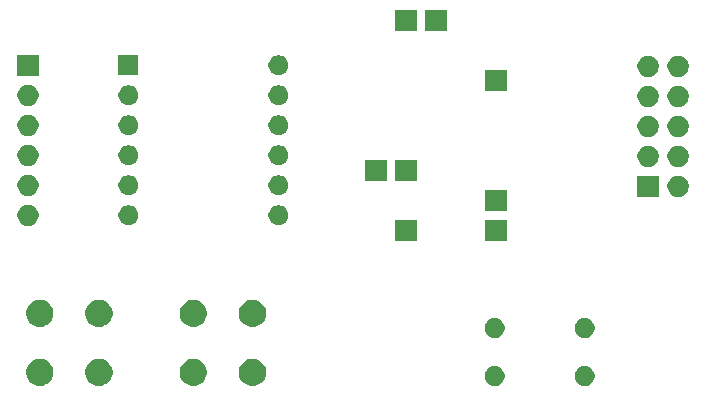
<source format=gbr>
G04 #@! TF.GenerationSoftware,KiCad,Pcbnew,(5.1.5)-3*
G04 #@! TF.CreationDate,2020-02-17T19:36:34-06:00*
G04 #@! TF.ProjectId,ledgrid_programmer,6c656467-7269-4645-9f70-726f6772616d,rev?*
G04 #@! TF.SameCoordinates,Original*
G04 #@! TF.FileFunction,Soldermask,Bot*
G04 #@! TF.FilePolarity,Negative*
%FSLAX46Y46*%
G04 Gerber Fmt 4.6, Leading zero omitted, Abs format (unit mm)*
G04 Created by KiCad (PCBNEW (5.1.5)-3) date 2020-02-17 19:36:34*
%MOMM*%
%LPD*%
G04 APERTURE LIST*
%ADD10C,0.100000*%
G04 APERTURE END LIST*
D10*
G36*
X127118228Y-105481703D02*
G01*
X127273100Y-105545853D01*
X127412481Y-105638985D01*
X127531015Y-105757519D01*
X127624147Y-105896900D01*
X127688297Y-106051772D01*
X127721000Y-106216184D01*
X127721000Y-106383816D01*
X127688297Y-106548228D01*
X127624147Y-106703100D01*
X127531015Y-106842481D01*
X127412481Y-106961015D01*
X127273100Y-107054147D01*
X127118228Y-107118297D01*
X126953816Y-107151000D01*
X126786184Y-107151000D01*
X126621772Y-107118297D01*
X126466900Y-107054147D01*
X126327519Y-106961015D01*
X126208985Y-106842481D01*
X126115853Y-106703100D01*
X126051703Y-106548228D01*
X126019000Y-106383816D01*
X126019000Y-106216184D01*
X126051703Y-106051772D01*
X126115853Y-105896900D01*
X126208985Y-105757519D01*
X126327519Y-105638985D01*
X126466900Y-105545853D01*
X126621772Y-105481703D01*
X126786184Y-105449000D01*
X126953816Y-105449000D01*
X127118228Y-105481703D01*
G37*
G36*
X119498228Y-105481703D02*
G01*
X119653100Y-105545853D01*
X119792481Y-105638985D01*
X119911015Y-105757519D01*
X120004147Y-105896900D01*
X120068297Y-106051772D01*
X120101000Y-106216184D01*
X120101000Y-106383816D01*
X120068297Y-106548228D01*
X120004147Y-106703100D01*
X119911015Y-106842481D01*
X119792481Y-106961015D01*
X119653100Y-107054147D01*
X119498228Y-107118297D01*
X119333816Y-107151000D01*
X119166184Y-107151000D01*
X119001772Y-107118297D01*
X118846900Y-107054147D01*
X118707519Y-106961015D01*
X118588985Y-106842481D01*
X118495853Y-106703100D01*
X118431703Y-106548228D01*
X118399000Y-106383816D01*
X118399000Y-106216184D01*
X118431703Y-106051772D01*
X118495853Y-105896900D01*
X118588985Y-105757519D01*
X118707519Y-105638985D01*
X118846900Y-105545853D01*
X119001772Y-105481703D01*
X119166184Y-105449000D01*
X119333816Y-105449000D01*
X119498228Y-105481703D01*
G37*
G36*
X98974549Y-104871116D02*
G01*
X99085734Y-104893232D01*
X99295203Y-104979997D01*
X99483720Y-105105960D01*
X99644040Y-105266280D01*
X99770003Y-105454797D01*
X99856768Y-105664266D01*
X99901000Y-105886636D01*
X99901000Y-106113364D01*
X99856768Y-106335734D01*
X99770003Y-106545203D01*
X99644040Y-106733720D01*
X99483720Y-106894040D01*
X99295203Y-107020003D01*
X99085734Y-107106768D01*
X98974549Y-107128884D01*
X98863365Y-107151000D01*
X98636635Y-107151000D01*
X98525451Y-107128884D01*
X98414266Y-107106768D01*
X98204797Y-107020003D01*
X98016280Y-106894040D01*
X97855960Y-106733720D01*
X97729997Y-106545203D01*
X97643232Y-106335734D01*
X97599000Y-106113364D01*
X97599000Y-105886636D01*
X97643232Y-105664266D01*
X97729997Y-105454797D01*
X97855960Y-105266280D01*
X98016280Y-105105960D01*
X98204797Y-104979997D01*
X98414266Y-104893232D01*
X98525451Y-104871116D01*
X98636635Y-104849000D01*
X98863365Y-104849000D01*
X98974549Y-104871116D01*
G37*
G36*
X93974549Y-104871116D02*
G01*
X94085734Y-104893232D01*
X94295203Y-104979997D01*
X94483720Y-105105960D01*
X94644040Y-105266280D01*
X94770003Y-105454797D01*
X94856768Y-105664266D01*
X94901000Y-105886636D01*
X94901000Y-106113364D01*
X94856768Y-106335734D01*
X94770003Y-106545203D01*
X94644040Y-106733720D01*
X94483720Y-106894040D01*
X94295203Y-107020003D01*
X94085734Y-107106768D01*
X93974549Y-107128884D01*
X93863365Y-107151000D01*
X93636635Y-107151000D01*
X93525451Y-107128884D01*
X93414266Y-107106768D01*
X93204797Y-107020003D01*
X93016280Y-106894040D01*
X92855960Y-106733720D01*
X92729997Y-106545203D01*
X92643232Y-106335734D01*
X92599000Y-106113364D01*
X92599000Y-105886636D01*
X92643232Y-105664266D01*
X92729997Y-105454797D01*
X92855960Y-105266280D01*
X93016280Y-105105960D01*
X93204797Y-104979997D01*
X93414266Y-104893232D01*
X93525451Y-104871116D01*
X93636635Y-104849000D01*
X93863365Y-104849000D01*
X93974549Y-104871116D01*
G37*
G36*
X80974549Y-104871116D02*
G01*
X81085734Y-104893232D01*
X81295203Y-104979997D01*
X81483720Y-105105960D01*
X81644040Y-105266280D01*
X81770003Y-105454797D01*
X81856768Y-105664266D01*
X81901000Y-105886636D01*
X81901000Y-106113364D01*
X81856768Y-106335734D01*
X81770003Y-106545203D01*
X81644040Y-106733720D01*
X81483720Y-106894040D01*
X81295203Y-107020003D01*
X81085734Y-107106768D01*
X80974549Y-107128884D01*
X80863365Y-107151000D01*
X80636635Y-107151000D01*
X80525451Y-107128884D01*
X80414266Y-107106768D01*
X80204797Y-107020003D01*
X80016280Y-106894040D01*
X79855960Y-106733720D01*
X79729997Y-106545203D01*
X79643232Y-106335734D01*
X79599000Y-106113364D01*
X79599000Y-105886636D01*
X79643232Y-105664266D01*
X79729997Y-105454797D01*
X79855960Y-105266280D01*
X80016280Y-105105960D01*
X80204797Y-104979997D01*
X80414266Y-104893232D01*
X80525451Y-104871116D01*
X80636635Y-104849000D01*
X80863365Y-104849000D01*
X80974549Y-104871116D01*
G37*
G36*
X85974549Y-104871116D02*
G01*
X86085734Y-104893232D01*
X86295203Y-104979997D01*
X86483720Y-105105960D01*
X86644040Y-105266280D01*
X86770003Y-105454797D01*
X86856768Y-105664266D01*
X86901000Y-105886636D01*
X86901000Y-106113364D01*
X86856768Y-106335734D01*
X86770003Y-106545203D01*
X86644040Y-106733720D01*
X86483720Y-106894040D01*
X86295203Y-107020003D01*
X86085734Y-107106768D01*
X85974549Y-107128884D01*
X85863365Y-107151000D01*
X85636635Y-107151000D01*
X85525451Y-107128884D01*
X85414266Y-107106768D01*
X85204797Y-107020003D01*
X85016280Y-106894040D01*
X84855960Y-106733720D01*
X84729997Y-106545203D01*
X84643232Y-106335734D01*
X84599000Y-106113364D01*
X84599000Y-105886636D01*
X84643232Y-105664266D01*
X84729997Y-105454797D01*
X84855960Y-105266280D01*
X85016280Y-105105960D01*
X85204797Y-104979997D01*
X85414266Y-104893232D01*
X85525451Y-104871116D01*
X85636635Y-104849000D01*
X85863365Y-104849000D01*
X85974549Y-104871116D01*
G37*
G36*
X119498228Y-101431703D02*
G01*
X119653100Y-101495853D01*
X119792481Y-101588985D01*
X119911015Y-101707519D01*
X120004147Y-101846900D01*
X120068297Y-102001772D01*
X120101000Y-102166184D01*
X120101000Y-102333816D01*
X120068297Y-102498228D01*
X120004147Y-102653100D01*
X119911015Y-102792481D01*
X119792481Y-102911015D01*
X119653100Y-103004147D01*
X119498228Y-103068297D01*
X119333816Y-103101000D01*
X119166184Y-103101000D01*
X119001772Y-103068297D01*
X118846900Y-103004147D01*
X118707519Y-102911015D01*
X118588985Y-102792481D01*
X118495853Y-102653100D01*
X118431703Y-102498228D01*
X118399000Y-102333816D01*
X118399000Y-102166184D01*
X118431703Y-102001772D01*
X118495853Y-101846900D01*
X118588985Y-101707519D01*
X118707519Y-101588985D01*
X118846900Y-101495853D01*
X119001772Y-101431703D01*
X119166184Y-101399000D01*
X119333816Y-101399000D01*
X119498228Y-101431703D01*
G37*
G36*
X127118228Y-101431703D02*
G01*
X127273100Y-101495853D01*
X127412481Y-101588985D01*
X127531015Y-101707519D01*
X127624147Y-101846900D01*
X127688297Y-102001772D01*
X127721000Y-102166184D01*
X127721000Y-102333816D01*
X127688297Y-102498228D01*
X127624147Y-102653100D01*
X127531015Y-102792481D01*
X127412481Y-102911015D01*
X127273100Y-103004147D01*
X127118228Y-103068297D01*
X126953816Y-103101000D01*
X126786184Y-103101000D01*
X126621772Y-103068297D01*
X126466900Y-103004147D01*
X126327519Y-102911015D01*
X126208985Y-102792481D01*
X126115853Y-102653100D01*
X126051703Y-102498228D01*
X126019000Y-102333816D01*
X126019000Y-102166184D01*
X126051703Y-102001772D01*
X126115853Y-101846900D01*
X126208985Y-101707519D01*
X126327519Y-101588985D01*
X126466900Y-101495853D01*
X126621772Y-101431703D01*
X126786184Y-101399000D01*
X126953816Y-101399000D01*
X127118228Y-101431703D01*
G37*
G36*
X98974549Y-99871116D02*
G01*
X99085734Y-99893232D01*
X99295203Y-99979997D01*
X99483720Y-100105960D01*
X99644040Y-100266280D01*
X99770003Y-100454797D01*
X99856768Y-100664266D01*
X99901000Y-100886636D01*
X99901000Y-101113364D01*
X99856768Y-101335734D01*
X99770003Y-101545203D01*
X99644040Y-101733720D01*
X99483720Y-101894040D01*
X99295203Y-102020003D01*
X99085734Y-102106768D01*
X98974549Y-102128884D01*
X98863365Y-102151000D01*
X98636635Y-102151000D01*
X98525451Y-102128884D01*
X98414266Y-102106768D01*
X98204797Y-102020003D01*
X98016280Y-101894040D01*
X97855960Y-101733720D01*
X97729997Y-101545203D01*
X97643232Y-101335734D01*
X97599000Y-101113364D01*
X97599000Y-100886636D01*
X97643232Y-100664266D01*
X97729997Y-100454797D01*
X97855960Y-100266280D01*
X98016280Y-100105960D01*
X98204797Y-99979997D01*
X98414266Y-99893232D01*
X98525451Y-99871116D01*
X98636635Y-99849000D01*
X98863365Y-99849000D01*
X98974549Y-99871116D01*
G37*
G36*
X80974549Y-99871116D02*
G01*
X81085734Y-99893232D01*
X81295203Y-99979997D01*
X81483720Y-100105960D01*
X81644040Y-100266280D01*
X81770003Y-100454797D01*
X81856768Y-100664266D01*
X81901000Y-100886636D01*
X81901000Y-101113364D01*
X81856768Y-101335734D01*
X81770003Y-101545203D01*
X81644040Y-101733720D01*
X81483720Y-101894040D01*
X81295203Y-102020003D01*
X81085734Y-102106768D01*
X80974549Y-102128884D01*
X80863365Y-102151000D01*
X80636635Y-102151000D01*
X80525451Y-102128884D01*
X80414266Y-102106768D01*
X80204797Y-102020003D01*
X80016280Y-101894040D01*
X79855960Y-101733720D01*
X79729997Y-101545203D01*
X79643232Y-101335734D01*
X79599000Y-101113364D01*
X79599000Y-100886636D01*
X79643232Y-100664266D01*
X79729997Y-100454797D01*
X79855960Y-100266280D01*
X80016280Y-100105960D01*
X80204797Y-99979997D01*
X80414266Y-99893232D01*
X80525451Y-99871116D01*
X80636635Y-99849000D01*
X80863365Y-99849000D01*
X80974549Y-99871116D01*
G37*
G36*
X85974549Y-99871116D02*
G01*
X86085734Y-99893232D01*
X86295203Y-99979997D01*
X86483720Y-100105960D01*
X86644040Y-100266280D01*
X86770003Y-100454797D01*
X86856768Y-100664266D01*
X86901000Y-100886636D01*
X86901000Y-101113364D01*
X86856768Y-101335734D01*
X86770003Y-101545203D01*
X86644040Y-101733720D01*
X86483720Y-101894040D01*
X86295203Y-102020003D01*
X86085734Y-102106768D01*
X85974549Y-102128884D01*
X85863365Y-102151000D01*
X85636635Y-102151000D01*
X85525451Y-102128884D01*
X85414266Y-102106768D01*
X85204797Y-102020003D01*
X85016280Y-101894040D01*
X84855960Y-101733720D01*
X84729997Y-101545203D01*
X84643232Y-101335734D01*
X84599000Y-101113364D01*
X84599000Y-100886636D01*
X84643232Y-100664266D01*
X84729997Y-100454797D01*
X84855960Y-100266280D01*
X85016280Y-100105960D01*
X85204797Y-99979997D01*
X85414266Y-99893232D01*
X85525451Y-99871116D01*
X85636635Y-99849000D01*
X85863365Y-99849000D01*
X85974549Y-99871116D01*
G37*
G36*
X93974549Y-99871116D02*
G01*
X94085734Y-99893232D01*
X94295203Y-99979997D01*
X94483720Y-100105960D01*
X94644040Y-100266280D01*
X94770003Y-100454797D01*
X94856768Y-100664266D01*
X94901000Y-100886636D01*
X94901000Y-101113364D01*
X94856768Y-101335734D01*
X94770003Y-101545203D01*
X94644040Y-101733720D01*
X94483720Y-101894040D01*
X94295203Y-102020003D01*
X94085734Y-102106768D01*
X93974549Y-102128884D01*
X93863365Y-102151000D01*
X93636635Y-102151000D01*
X93525451Y-102128884D01*
X93414266Y-102106768D01*
X93204797Y-102020003D01*
X93016280Y-101894040D01*
X92855960Y-101733720D01*
X92729997Y-101545203D01*
X92643232Y-101335734D01*
X92599000Y-101113364D01*
X92599000Y-100886636D01*
X92643232Y-100664266D01*
X92729997Y-100454797D01*
X92855960Y-100266280D01*
X93016280Y-100105960D01*
X93204797Y-99979997D01*
X93414266Y-99893232D01*
X93525451Y-99871116D01*
X93636635Y-99849000D01*
X93863365Y-99849000D01*
X93974549Y-99871116D01*
G37*
G36*
X112661000Y-94881000D02*
G01*
X110859000Y-94881000D01*
X110859000Y-93079000D01*
X112661000Y-93079000D01*
X112661000Y-94881000D01*
G37*
G36*
X120281000Y-94881000D02*
G01*
X118479000Y-94881000D01*
X118479000Y-93079000D01*
X120281000Y-93079000D01*
X120281000Y-94881000D01*
G37*
G36*
X79863512Y-91803927D02*
G01*
X80012812Y-91833624D01*
X80176784Y-91901544D01*
X80324354Y-92000147D01*
X80449853Y-92125646D01*
X80548456Y-92273216D01*
X80616376Y-92437188D01*
X80651000Y-92611259D01*
X80651000Y-92788741D01*
X80616376Y-92962812D01*
X80548456Y-93126784D01*
X80449853Y-93274354D01*
X80324354Y-93399853D01*
X80176784Y-93498456D01*
X80012812Y-93566376D01*
X79863512Y-93596073D01*
X79838742Y-93601000D01*
X79661258Y-93601000D01*
X79636488Y-93596073D01*
X79487188Y-93566376D01*
X79323216Y-93498456D01*
X79175646Y-93399853D01*
X79050147Y-93274354D01*
X78951544Y-93126784D01*
X78883624Y-92962812D01*
X78849000Y-92788741D01*
X78849000Y-92611259D01*
X78883624Y-92437188D01*
X78951544Y-92273216D01*
X79050147Y-92125646D01*
X79175646Y-92000147D01*
X79323216Y-91901544D01*
X79487188Y-91833624D01*
X79636488Y-91803927D01*
X79661258Y-91799000D01*
X79838742Y-91799000D01*
X79863512Y-91803927D01*
G37*
G36*
X101198228Y-91881703D02*
G01*
X101353100Y-91945853D01*
X101492481Y-92038985D01*
X101611015Y-92157519D01*
X101704147Y-92296900D01*
X101768297Y-92451772D01*
X101801000Y-92616184D01*
X101801000Y-92783816D01*
X101768297Y-92948228D01*
X101704147Y-93103100D01*
X101611015Y-93242481D01*
X101492481Y-93361015D01*
X101353100Y-93454147D01*
X101198228Y-93518297D01*
X101033816Y-93551000D01*
X100866184Y-93551000D01*
X100701772Y-93518297D01*
X100546900Y-93454147D01*
X100407519Y-93361015D01*
X100288985Y-93242481D01*
X100195853Y-93103100D01*
X100131703Y-92948228D01*
X100099000Y-92783816D01*
X100099000Y-92616184D01*
X100131703Y-92451772D01*
X100195853Y-92296900D01*
X100288985Y-92157519D01*
X100407519Y-92038985D01*
X100546900Y-91945853D01*
X100701772Y-91881703D01*
X100866184Y-91849000D01*
X101033816Y-91849000D01*
X101198228Y-91881703D01*
G37*
G36*
X88498228Y-91881703D02*
G01*
X88653100Y-91945853D01*
X88792481Y-92038985D01*
X88911015Y-92157519D01*
X89004147Y-92296900D01*
X89068297Y-92451772D01*
X89101000Y-92616184D01*
X89101000Y-92783816D01*
X89068297Y-92948228D01*
X89004147Y-93103100D01*
X88911015Y-93242481D01*
X88792481Y-93361015D01*
X88653100Y-93454147D01*
X88498228Y-93518297D01*
X88333816Y-93551000D01*
X88166184Y-93551000D01*
X88001772Y-93518297D01*
X87846900Y-93454147D01*
X87707519Y-93361015D01*
X87588985Y-93242481D01*
X87495853Y-93103100D01*
X87431703Y-92948228D01*
X87399000Y-92783816D01*
X87399000Y-92616184D01*
X87431703Y-92451772D01*
X87495853Y-92296900D01*
X87588985Y-92157519D01*
X87707519Y-92038985D01*
X87846900Y-91945853D01*
X88001772Y-91881703D01*
X88166184Y-91849000D01*
X88333816Y-91849000D01*
X88498228Y-91881703D01*
G37*
G36*
X120281000Y-92341000D02*
G01*
X118479000Y-92341000D01*
X118479000Y-90539000D01*
X120281000Y-90539000D01*
X120281000Y-92341000D01*
G37*
G36*
X133151000Y-91151000D02*
G01*
X131349000Y-91151000D01*
X131349000Y-89349000D01*
X133151000Y-89349000D01*
X133151000Y-91151000D01*
G37*
G36*
X134903512Y-89353927D02*
G01*
X135052812Y-89383624D01*
X135216784Y-89451544D01*
X135364354Y-89550147D01*
X135489853Y-89675646D01*
X135588456Y-89823216D01*
X135656376Y-89987188D01*
X135691000Y-90161259D01*
X135691000Y-90338741D01*
X135656376Y-90512812D01*
X135588456Y-90676784D01*
X135489853Y-90824354D01*
X135364354Y-90949853D01*
X135216784Y-91048456D01*
X135052812Y-91116376D01*
X134903512Y-91146073D01*
X134878742Y-91151000D01*
X134701258Y-91151000D01*
X134676488Y-91146073D01*
X134527188Y-91116376D01*
X134363216Y-91048456D01*
X134215646Y-90949853D01*
X134090147Y-90824354D01*
X133991544Y-90676784D01*
X133923624Y-90512812D01*
X133889000Y-90338741D01*
X133889000Y-90161259D01*
X133923624Y-89987188D01*
X133991544Y-89823216D01*
X134090147Y-89675646D01*
X134215646Y-89550147D01*
X134363216Y-89451544D01*
X134527188Y-89383624D01*
X134676488Y-89353927D01*
X134701258Y-89349000D01*
X134878742Y-89349000D01*
X134903512Y-89353927D01*
G37*
G36*
X79863512Y-89263927D02*
G01*
X80012812Y-89293624D01*
X80176784Y-89361544D01*
X80324354Y-89460147D01*
X80449853Y-89585646D01*
X80548456Y-89733216D01*
X80616376Y-89897188D01*
X80651000Y-90071259D01*
X80651000Y-90248741D01*
X80616376Y-90422812D01*
X80548456Y-90586784D01*
X80449853Y-90734354D01*
X80324354Y-90859853D01*
X80176784Y-90958456D01*
X80012812Y-91026376D01*
X79863512Y-91056073D01*
X79838742Y-91061000D01*
X79661258Y-91061000D01*
X79636488Y-91056073D01*
X79487188Y-91026376D01*
X79323216Y-90958456D01*
X79175646Y-90859853D01*
X79050147Y-90734354D01*
X78951544Y-90586784D01*
X78883624Y-90422812D01*
X78849000Y-90248741D01*
X78849000Y-90071259D01*
X78883624Y-89897188D01*
X78951544Y-89733216D01*
X79050147Y-89585646D01*
X79175646Y-89460147D01*
X79323216Y-89361544D01*
X79487188Y-89293624D01*
X79636488Y-89263927D01*
X79661258Y-89259000D01*
X79838742Y-89259000D01*
X79863512Y-89263927D01*
G37*
G36*
X88498228Y-89341703D02*
G01*
X88653100Y-89405853D01*
X88792481Y-89498985D01*
X88911015Y-89617519D01*
X89004147Y-89756900D01*
X89068297Y-89911772D01*
X89101000Y-90076184D01*
X89101000Y-90243816D01*
X89068297Y-90408228D01*
X89004147Y-90563100D01*
X88911015Y-90702481D01*
X88792481Y-90821015D01*
X88653100Y-90914147D01*
X88498228Y-90978297D01*
X88333816Y-91011000D01*
X88166184Y-91011000D01*
X88001772Y-90978297D01*
X87846900Y-90914147D01*
X87707519Y-90821015D01*
X87588985Y-90702481D01*
X87495853Y-90563100D01*
X87431703Y-90408228D01*
X87399000Y-90243816D01*
X87399000Y-90076184D01*
X87431703Y-89911772D01*
X87495853Y-89756900D01*
X87588985Y-89617519D01*
X87707519Y-89498985D01*
X87846900Y-89405853D01*
X88001772Y-89341703D01*
X88166184Y-89309000D01*
X88333816Y-89309000D01*
X88498228Y-89341703D01*
G37*
G36*
X101198228Y-89341703D02*
G01*
X101353100Y-89405853D01*
X101492481Y-89498985D01*
X101611015Y-89617519D01*
X101704147Y-89756900D01*
X101768297Y-89911772D01*
X101801000Y-90076184D01*
X101801000Y-90243816D01*
X101768297Y-90408228D01*
X101704147Y-90563100D01*
X101611015Y-90702481D01*
X101492481Y-90821015D01*
X101353100Y-90914147D01*
X101198228Y-90978297D01*
X101033816Y-91011000D01*
X100866184Y-91011000D01*
X100701772Y-90978297D01*
X100546900Y-90914147D01*
X100407519Y-90821015D01*
X100288985Y-90702481D01*
X100195853Y-90563100D01*
X100131703Y-90408228D01*
X100099000Y-90243816D01*
X100099000Y-90076184D01*
X100131703Y-89911772D01*
X100195853Y-89756900D01*
X100288985Y-89617519D01*
X100407519Y-89498985D01*
X100546900Y-89405853D01*
X100701772Y-89341703D01*
X100866184Y-89309000D01*
X101033816Y-89309000D01*
X101198228Y-89341703D01*
G37*
G36*
X112661000Y-89801000D02*
G01*
X110859000Y-89801000D01*
X110859000Y-87999000D01*
X112661000Y-87999000D01*
X112661000Y-89801000D01*
G37*
G36*
X110121000Y-89801000D02*
G01*
X108319000Y-89801000D01*
X108319000Y-87999000D01*
X110121000Y-87999000D01*
X110121000Y-89801000D01*
G37*
G36*
X134903512Y-86813927D02*
G01*
X135052812Y-86843624D01*
X135216784Y-86911544D01*
X135364354Y-87010147D01*
X135489853Y-87135646D01*
X135588456Y-87283216D01*
X135656376Y-87447188D01*
X135691000Y-87621259D01*
X135691000Y-87798741D01*
X135656376Y-87972812D01*
X135588456Y-88136784D01*
X135489853Y-88284354D01*
X135364354Y-88409853D01*
X135216784Y-88508456D01*
X135052812Y-88576376D01*
X134903512Y-88606073D01*
X134878742Y-88611000D01*
X134701258Y-88611000D01*
X134676488Y-88606073D01*
X134527188Y-88576376D01*
X134363216Y-88508456D01*
X134215646Y-88409853D01*
X134090147Y-88284354D01*
X133991544Y-88136784D01*
X133923624Y-87972812D01*
X133889000Y-87798741D01*
X133889000Y-87621259D01*
X133923624Y-87447188D01*
X133991544Y-87283216D01*
X134090147Y-87135646D01*
X134215646Y-87010147D01*
X134363216Y-86911544D01*
X134527188Y-86843624D01*
X134676488Y-86813927D01*
X134701258Y-86809000D01*
X134878742Y-86809000D01*
X134903512Y-86813927D01*
G37*
G36*
X132363512Y-86813927D02*
G01*
X132512812Y-86843624D01*
X132676784Y-86911544D01*
X132824354Y-87010147D01*
X132949853Y-87135646D01*
X133048456Y-87283216D01*
X133116376Y-87447188D01*
X133151000Y-87621259D01*
X133151000Y-87798741D01*
X133116376Y-87972812D01*
X133048456Y-88136784D01*
X132949853Y-88284354D01*
X132824354Y-88409853D01*
X132676784Y-88508456D01*
X132512812Y-88576376D01*
X132363512Y-88606073D01*
X132338742Y-88611000D01*
X132161258Y-88611000D01*
X132136488Y-88606073D01*
X131987188Y-88576376D01*
X131823216Y-88508456D01*
X131675646Y-88409853D01*
X131550147Y-88284354D01*
X131451544Y-88136784D01*
X131383624Y-87972812D01*
X131349000Y-87798741D01*
X131349000Y-87621259D01*
X131383624Y-87447188D01*
X131451544Y-87283216D01*
X131550147Y-87135646D01*
X131675646Y-87010147D01*
X131823216Y-86911544D01*
X131987188Y-86843624D01*
X132136488Y-86813927D01*
X132161258Y-86809000D01*
X132338742Y-86809000D01*
X132363512Y-86813927D01*
G37*
G36*
X79863512Y-86723927D02*
G01*
X80012812Y-86753624D01*
X80176784Y-86821544D01*
X80324354Y-86920147D01*
X80449853Y-87045646D01*
X80548456Y-87193216D01*
X80616376Y-87357188D01*
X80651000Y-87531259D01*
X80651000Y-87708741D01*
X80616376Y-87882812D01*
X80548456Y-88046784D01*
X80449853Y-88194354D01*
X80324354Y-88319853D01*
X80176784Y-88418456D01*
X80012812Y-88486376D01*
X79863512Y-88516073D01*
X79838742Y-88521000D01*
X79661258Y-88521000D01*
X79636488Y-88516073D01*
X79487188Y-88486376D01*
X79323216Y-88418456D01*
X79175646Y-88319853D01*
X79050147Y-88194354D01*
X78951544Y-88046784D01*
X78883624Y-87882812D01*
X78849000Y-87708741D01*
X78849000Y-87531259D01*
X78883624Y-87357188D01*
X78951544Y-87193216D01*
X79050147Y-87045646D01*
X79175646Y-86920147D01*
X79323216Y-86821544D01*
X79487188Y-86753624D01*
X79636488Y-86723927D01*
X79661258Y-86719000D01*
X79838742Y-86719000D01*
X79863512Y-86723927D01*
G37*
G36*
X101198228Y-86801703D02*
G01*
X101353100Y-86865853D01*
X101492481Y-86958985D01*
X101611015Y-87077519D01*
X101704147Y-87216900D01*
X101768297Y-87371772D01*
X101801000Y-87536184D01*
X101801000Y-87703816D01*
X101768297Y-87868228D01*
X101704147Y-88023100D01*
X101611015Y-88162481D01*
X101492481Y-88281015D01*
X101353100Y-88374147D01*
X101198228Y-88438297D01*
X101033816Y-88471000D01*
X100866184Y-88471000D01*
X100701772Y-88438297D01*
X100546900Y-88374147D01*
X100407519Y-88281015D01*
X100288985Y-88162481D01*
X100195853Y-88023100D01*
X100131703Y-87868228D01*
X100099000Y-87703816D01*
X100099000Y-87536184D01*
X100131703Y-87371772D01*
X100195853Y-87216900D01*
X100288985Y-87077519D01*
X100407519Y-86958985D01*
X100546900Y-86865853D01*
X100701772Y-86801703D01*
X100866184Y-86769000D01*
X101033816Y-86769000D01*
X101198228Y-86801703D01*
G37*
G36*
X88498228Y-86801703D02*
G01*
X88653100Y-86865853D01*
X88792481Y-86958985D01*
X88911015Y-87077519D01*
X89004147Y-87216900D01*
X89068297Y-87371772D01*
X89101000Y-87536184D01*
X89101000Y-87703816D01*
X89068297Y-87868228D01*
X89004147Y-88023100D01*
X88911015Y-88162481D01*
X88792481Y-88281015D01*
X88653100Y-88374147D01*
X88498228Y-88438297D01*
X88333816Y-88471000D01*
X88166184Y-88471000D01*
X88001772Y-88438297D01*
X87846900Y-88374147D01*
X87707519Y-88281015D01*
X87588985Y-88162481D01*
X87495853Y-88023100D01*
X87431703Y-87868228D01*
X87399000Y-87703816D01*
X87399000Y-87536184D01*
X87431703Y-87371772D01*
X87495853Y-87216900D01*
X87588985Y-87077519D01*
X87707519Y-86958985D01*
X87846900Y-86865853D01*
X88001772Y-86801703D01*
X88166184Y-86769000D01*
X88333816Y-86769000D01*
X88498228Y-86801703D01*
G37*
G36*
X132363512Y-84273927D02*
G01*
X132512812Y-84303624D01*
X132676784Y-84371544D01*
X132824354Y-84470147D01*
X132949853Y-84595646D01*
X133048456Y-84743216D01*
X133116376Y-84907188D01*
X133151000Y-85081259D01*
X133151000Y-85258741D01*
X133116376Y-85432812D01*
X133048456Y-85596784D01*
X132949853Y-85744354D01*
X132824354Y-85869853D01*
X132676784Y-85968456D01*
X132512812Y-86036376D01*
X132363512Y-86066073D01*
X132338742Y-86071000D01*
X132161258Y-86071000D01*
X132136488Y-86066073D01*
X131987188Y-86036376D01*
X131823216Y-85968456D01*
X131675646Y-85869853D01*
X131550147Y-85744354D01*
X131451544Y-85596784D01*
X131383624Y-85432812D01*
X131349000Y-85258741D01*
X131349000Y-85081259D01*
X131383624Y-84907188D01*
X131451544Y-84743216D01*
X131550147Y-84595646D01*
X131675646Y-84470147D01*
X131823216Y-84371544D01*
X131987188Y-84303624D01*
X132136488Y-84273927D01*
X132161258Y-84269000D01*
X132338742Y-84269000D01*
X132363512Y-84273927D01*
G37*
G36*
X134903512Y-84273927D02*
G01*
X135052812Y-84303624D01*
X135216784Y-84371544D01*
X135364354Y-84470147D01*
X135489853Y-84595646D01*
X135588456Y-84743216D01*
X135656376Y-84907188D01*
X135691000Y-85081259D01*
X135691000Y-85258741D01*
X135656376Y-85432812D01*
X135588456Y-85596784D01*
X135489853Y-85744354D01*
X135364354Y-85869853D01*
X135216784Y-85968456D01*
X135052812Y-86036376D01*
X134903512Y-86066073D01*
X134878742Y-86071000D01*
X134701258Y-86071000D01*
X134676488Y-86066073D01*
X134527188Y-86036376D01*
X134363216Y-85968456D01*
X134215646Y-85869853D01*
X134090147Y-85744354D01*
X133991544Y-85596784D01*
X133923624Y-85432812D01*
X133889000Y-85258741D01*
X133889000Y-85081259D01*
X133923624Y-84907188D01*
X133991544Y-84743216D01*
X134090147Y-84595646D01*
X134215646Y-84470147D01*
X134363216Y-84371544D01*
X134527188Y-84303624D01*
X134676488Y-84273927D01*
X134701258Y-84269000D01*
X134878742Y-84269000D01*
X134903512Y-84273927D01*
G37*
G36*
X79863512Y-84183927D02*
G01*
X80012812Y-84213624D01*
X80176784Y-84281544D01*
X80324354Y-84380147D01*
X80449853Y-84505646D01*
X80548456Y-84653216D01*
X80616376Y-84817188D01*
X80651000Y-84991259D01*
X80651000Y-85168741D01*
X80616376Y-85342812D01*
X80548456Y-85506784D01*
X80449853Y-85654354D01*
X80324354Y-85779853D01*
X80176784Y-85878456D01*
X80012812Y-85946376D01*
X79863512Y-85976073D01*
X79838742Y-85981000D01*
X79661258Y-85981000D01*
X79636488Y-85976073D01*
X79487188Y-85946376D01*
X79323216Y-85878456D01*
X79175646Y-85779853D01*
X79050147Y-85654354D01*
X78951544Y-85506784D01*
X78883624Y-85342812D01*
X78849000Y-85168741D01*
X78849000Y-84991259D01*
X78883624Y-84817188D01*
X78951544Y-84653216D01*
X79050147Y-84505646D01*
X79175646Y-84380147D01*
X79323216Y-84281544D01*
X79487188Y-84213624D01*
X79636488Y-84183927D01*
X79661258Y-84179000D01*
X79838742Y-84179000D01*
X79863512Y-84183927D01*
G37*
G36*
X88498228Y-84261703D02*
G01*
X88653100Y-84325853D01*
X88792481Y-84418985D01*
X88911015Y-84537519D01*
X89004147Y-84676900D01*
X89068297Y-84831772D01*
X89101000Y-84996184D01*
X89101000Y-85163816D01*
X89068297Y-85328228D01*
X89004147Y-85483100D01*
X88911015Y-85622481D01*
X88792481Y-85741015D01*
X88653100Y-85834147D01*
X88498228Y-85898297D01*
X88333816Y-85931000D01*
X88166184Y-85931000D01*
X88001772Y-85898297D01*
X87846900Y-85834147D01*
X87707519Y-85741015D01*
X87588985Y-85622481D01*
X87495853Y-85483100D01*
X87431703Y-85328228D01*
X87399000Y-85163816D01*
X87399000Y-84996184D01*
X87431703Y-84831772D01*
X87495853Y-84676900D01*
X87588985Y-84537519D01*
X87707519Y-84418985D01*
X87846900Y-84325853D01*
X88001772Y-84261703D01*
X88166184Y-84229000D01*
X88333816Y-84229000D01*
X88498228Y-84261703D01*
G37*
G36*
X101198228Y-84261703D02*
G01*
X101353100Y-84325853D01*
X101492481Y-84418985D01*
X101611015Y-84537519D01*
X101704147Y-84676900D01*
X101768297Y-84831772D01*
X101801000Y-84996184D01*
X101801000Y-85163816D01*
X101768297Y-85328228D01*
X101704147Y-85483100D01*
X101611015Y-85622481D01*
X101492481Y-85741015D01*
X101353100Y-85834147D01*
X101198228Y-85898297D01*
X101033816Y-85931000D01*
X100866184Y-85931000D01*
X100701772Y-85898297D01*
X100546900Y-85834147D01*
X100407519Y-85741015D01*
X100288985Y-85622481D01*
X100195853Y-85483100D01*
X100131703Y-85328228D01*
X100099000Y-85163816D01*
X100099000Y-84996184D01*
X100131703Y-84831772D01*
X100195853Y-84676900D01*
X100288985Y-84537519D01*
X100407519Y-84418985D01*
X100546900Y-84325853D01*
X100701772Y-84261703D01*
X100866184Y-84229000D01*
X101033816Y-84229000D01*
X101198228Y-84261703D01*
G37*
G36*
X132363512Y-81733927D02*
G01*
X132512812Y-81763624D01*
X132676784Y-81831544D01*
X132824354Y-81930147D01*
X132949853Y-82055646D01*
X133048456Y-82203216D01*
X133116376Y-82367188D01*
X133151000Y-82541259D01*
X133151000Y-82718741D01*
X133116376Y-82892812D01*
X133048456Y-83056784D01*
X132949853Y-83204354D01*
X132824354Y-83329853D01*
X132676784Y-83428456D01*
X132512812Y-83496376D01*
X132363512Y-83526073D01*
X132338742Y-83531000D01*
X132161258Y-83531000D01*
X132136488Y-83526073D01*
X131987188Y-83496376D01*
X131823216Y-83428456D01*
X131675646Y-83329853D01*
X131550147Y-83204354D01*
X131451544Y-83056784D01*
X131383624Y-82892812D01*
X131349000Y-82718741D01*
X131349000Y-82541259D01*
X131383624Y-82367188D01*
X131451544Y-82203216D01*
X131550147Y-82055646D01*
X131675646Y-81930147D01*
X131823216Y-81831544D01*
X131987188Y-81763624D01*
X132136488Y-81733927D01*
X132161258Y-81729000D01*
X132338742Y-81729000D01*
X132363512Y-81733927D01*
G37*
G36*
X134903512Y-81733927D02*
G01*
X135052812Y-81763624D01*
X135216784Y-81831544D01*
X135364354Y-81930147D01*
X135489853Y-82055646D01*
X135588456Y-82203216D01*
X135656376Y-82367188D01*
X135691000Y-82541259D01*
X135691000Y-82718741D01*
X135656376Y-82892812D01*
X135588456Y-83056784D01*
X135489853Y-83204354D01*
X135364354Y-83329853D01*
X135216784Y-83428456D01*
X135052812Y-83496376D01*
X134903512Y-83526073D01*
X134878742Y-83531000D01*
X134701258Y-83531000D01*
X134676488Y-83526073D01*
X134527188Y-83496376D01*
X134363216Y-83428456D01*
X134215646Y-83329853D01*
X134090147Y-83204354D01*
X133991544Y-83056784D01*
X133923624Y-82892812D01*
X133889000Y-82718741D01*
X133889000Y-82541259D01*
X133923624Y-82367188D01*
X133991544Y-82203216D01*
X134090147Y-82055646D01*
X134215646Y-81930147D01*
X134363216Y-81831544D01*
X134527188Y-81763624D01*
X134676488Y-81733927D01*
X134701258Y-81729000D01*
X134878742Y-81729000D01*
X134903512Y-81733927D01*
G37*
G36*
X79863512Y-81643927D02*
G01*
X80012812Y-81673624D01*
X80176784Y-81741544D01*
X80324354Y-81840147D01*
X80449853Y-81965646D01*
X80548456Y-82113216D01*
X80616376Y-82277188D01*
X80651000Y-82451259D01*
X80651000Y-82628741D01*
X80616376Y-82802812D01*
X80548456Y-82966784D01*
X80449853Y-83114354D01*
X80324354Y-83239853D01*
X80176784Y-83338456D01*
X80012812Y-83406376D01*
X79863512Y-83436073D01*
X79838742Y-83441000D01*
X79661258Y-83441000D01*
X79636488Y-83436073D01*
X79487188Y-83406376D01*
X79323216Y-83338456D01*
X79175646Y-83239853D01*
X79050147Y-83114354D01*
X78951544Y-82966784D01*
X78883624Y-82802812D01*
X78849000Y-82628741D01*
X78849000Y-82451259D01*
X78883624Y-82277188D01*
X78951544Y-82113216D01*
X79050147Y-81965646D01*
X79175646Y-81840147D01*
X79323216Y-81741544D01*
X79487188Y-81673624D01*
X79636488Y-81643927D01*
X79661258Y-81639000D01*
X79838742Y-81639000D01*
X79863512Y-81643927D01*
G37*
G36*
X101198228Y-81721703D02*
G01*
X101353100Y-81785853D01*
X101492481Y-81878985D01*
X101611015Y-81997519D01*
X101704147Y-82136900D01*
X101768297Y-82291772D01*
X101801000Y-82456184D01*
X101801000Y-82623816D01*
X101768297Y-82788228D01*
X101704147Y-82943100D01*
X101611015Y-83082481D01*
X101492481Y-83201015D01*
X101353100Y-83294147D01*
X101198228Y-83358297D01*
X101033816Y-83391000D01*
X100866184Y-83391000D01*
X100701772Y-83358297D01*
X100546900Y-83294147D01*
X100407519Y-83201015D01*
X100288985Y-83082481D01*
X100195853Y-82943100D01*
X100131703Y-82788228D01*
X100099000Y-82623816D01*
X100099000Y-82456184D01*
X100131703Y-82291772D01*
X100195853Y-82136900D01*
X100288985Y-81997519D01*
X100407519Y-81878985D01*
X100546900Y-81785853D01*
X100701772Y-81721703D01*
X100866184Y-81689000D01*
X101033816Y-81689000D01*
X101198228Y-81721703D01*
G37*
G36*
X88498228Y-81721703D02*
G01*
X88653100Y-81785853D01*
X88792481Y-81878985D01*
X88911015Y-81997519D01*
X89004147Y-82136900D01*
X89068297Y-82291772D01*
X89101000Y-82456184D01*
X89101000Y-82623816D01*
X89068297Y-82788228D01*
X89004147Y-82943100D01*
X88911015Y-83082481D01*
X88792481Y-83201015D01*
X88653100Y-83294147D01*
X88498228Y-83358297D01*
X88333816Y-83391000D01*
X88166184Y-83391000D01*
X88001772Y-83358297D01*
X87846900Y-83294147D01*
X87707519Y-83201015D01*
X87588985Y-83082481D01*
X87495853Y-82943100D01*
X87431703Y-82788228D01*
X87399000Y-82623816D01*
X87399000Y-82456184D01*
X87431703Y-82291772D01*
X87495853Y-82136900D01*
X87588985Y-81997519D01*
X87707519Y-81878985D01*
X87846900Y-81785853D01*
X88001772Y-81721703D01*
X88166184Y-81689000D01*
X88333816Y-81689000D01*
X88498228Y-81721703D01*
G37*
G36*
X120281000Y-82181000D02*
G01*
X118479000Y-82181000D01*
X118479000Y-80379000D01*
X120281000Y-80379000D01*
X120281000Y-82181000D01*
G37*
G36*
X134903512Y-79193927D02*
G01*
X135052812Y-79223624D01*
X135216784Y-79291544D01*
X135364354Y-79390147D01*
X135489853Y-79515646D01*
X135588456Y-79663216D01*
X135656376Y-79827188D01*
X135691000Y-80001259D01*
X135691000Y-80178741D01*
X135656376Y-80352812D01*
X135588456Y-80516784D01*
X135489853Y-80664354D01*
X135364354Y-80789853D01*
X135216784Y-80888456D01*
X135052812Y-80956376D01*
X134903512Y-80986073D01*
X134878742Y-80991000D01*
X134701258Y-80991000D01*
X134676488Y-80986073D01*
X134527188Y-80956376D01*
X134363216Y-80888456D01*
X134215646Y-80789853D01*
X134090147Y-80664354D01*
X133991544Y-80516784D01*
X133923624Y-80352812D01*
X133889000Y-80178741D01*
X133889000Y-80001259D01*
X133923624Y-79827188D01*
X133991544Y-79663216D01*
X134090147Y-79515646D01*
X134215646Y-79390147D01*
X134363216Y-79291544D01*
X134527188Y-79223624D01*
X134676488Y-79193927D01*
X134701258Y-79189000D01*
X134878742Y-79189000D01*
X134903512Y-79193927D01*
G37*
G36*
X132363512Y-79193927D02*
G01*
X132512812Y-79223624D01*
X132676784Y-79291544D01*
X132824354Y-79390147D01*
X132949853Y-79515646D01*
X133048456Y-79663216D01*
X133116376Y-79827188D01*
X133151000Y-80001259D01*
X133151000Y-80178741D01*
X133116376Y-80352812D01*
X133048456Y-80516784D01*
X132949853Y-80664354D01*
X132824354Y-80789853D01*
X132676784Y-80888456D01*
X132512812Y-80956376D01*
X132363512Y-80986073D01*
X132338742Y-80991000D01*
X132161258Y-80991000D01*
X132136488Y-80986073D01*
X131987188Y-80956376D01*
X131823216Y-80888456D01*
X131675646Y-80789853D01*
X131550147Y-80664354D01*
X131451544Y-80516784D01*
X131383624Y-80352812D01*
X131349000Y-80178741D01*
X131349000Y-80001259D01*
X131383624Y-79827188D01*
X131451544Y-79663216D01*
X131550147Y-79515646D01*
X131675646Y-79390147D01*
X131823216Y-79291544D01*
X131987188Y-79223624D01*
X132136488Y-79193927D01*
X132161258Y-79189000D01*
X132338742Y-79189000D01*
X132363512Y-79193927D01*
G37*
G36*
X80651000Y-80901000D02*
G01*
X78849000Y-80901000D01*
X78849000Y-79099000D01*
X80651000Y-79099000D01*
X80651000Y-80901000D01*
G37*
G36*
X101198228Y-79181703D02*
G01*
X101353100Y-79245853D01*
X101492481Y-79338985D01*
X101611015Y-79457519D01*
X101704147Y-79596900D01*
X101768297Y-79751772D01*
X101801000Y-79916184D01*
X101801000Y-80083816D01*
X101768297Y-80248228D01*
X101704147Y-80403100D01*
X101611015Y-80542481D01*
X101492481Y-80661015D01*
X101353100Y-80754147D01*
X101198228Y-80818297D01*
X101033816Y-80851000D01*
X100866184Y-80851000D01*
X100701772Y-80818297D01*
X100546900Y-80754147D01*
X100407519Y-80661015D01*
X100288985Y-80542481D01*
X100195853Y-80403100D01*
X100131703Y-80248228D01*
X100099000Y-80083816D01*
X100099000Y-79916184D01*
X100131703Y-79751772D01*
X100195853Y-79596900D01*
X100288985Y-79457519D01*
X100407519Y-79338985D01*
X100546900Y-79245853D01*
X100701772Y-79181703D01*
X100866184Y-79149000D01*
X101033816Y-79149000D01*
X101198228Y-79181703D01*
G37*
G36*
X89101000Y-80851000D02*
G01*
X87399000Y-80851000D01*
X87399000Y-79149000D01*
X89101000Y-79149000D01*
X89101000Y-80851000D01*
G37*
G36*
X112661000Y-77101000D02*
G01*
X110859000Y-77101000D01*
X110859000Y-75299000D01*
X112661000Y-75299000D01*
X112661000Y-77101000D01*
G37*
G36*
X115201000Y-77101000D02*
G01*
X113399000Y-77101000D01*
X113399000Y-75299000D01*
X115201000Y-75299000D01*
X115201000Y-77101000D01*
G37*
M02*

</source>
